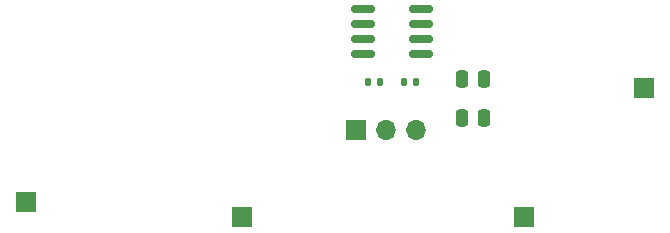
<source format=gbr>
%TF.GenerationSoftware,KiCad,Pcbnew,(6.0.8)*%
%TF.CreationDate,2022-10-18T22:39:30+02:00*%
%TF.ProjectId,test_project_1,74657374-5f70-4726-9f6a-6563745f312e,rev?*%
%TF.SameCoordinates,Original*%
%TF.FileFunction,Soldermask,Top*%
%TF.FilePolarity,Negative*%
%FSLAX46Y46*%
G04 Gerber Fmt 4.6, Leading zero omitted, Abs format (unit mm)*
G04 Created by KiCad (PCBNEW (6.0.8)) date 2022-10-18 22:39:30*
%MOMM*%
%LPD*%
G01*
G04 APERTURE LIST*
G04 Aperture macros list*
%AMRoundRect*
0 Rectangle with rounded corners*
0 $1 Rounding radius*
0 $2 $3 $4 $5 $6 $7 $8 $9 X,Y pos of 4 corners*
0 Add a 4 corners polygon primitive as box body*
4,1,4,$2,$3,$4,$5,$6,$7,$8,$9,$2,$3,0*
0 Add four circle primitives for the rounded corners*
1,1,$1+$1,$2,$3*
1,1,$1+$1,$4,$5*
1,1,$1+$1,$6,$7*
1,1,$1+$1,$8,$9*
0 Add four rect primitives between the rounded corners*
20,1,$1+$1,$2,$3,$4,$5,0*
20,1,$1+$1,$4,$5,$6,$7,0*
20,1,$1+$1,$6,$7,$8,$9,0*
20,1,$1+$1,$8,$9,$2,$3,0*%
G04 Aperture macros list end*
%ADD10R,1.700000X1.700000*%
%ADD11RoundRect,0.150000X-0.825000X-0.150000X0.825000X-0.150000X0.825000X0.150000X-0.825000X0.150000X0*%
%ADD12RoundRect,0.135000X-0.135000X-0.185000X0.135000X-0.185000X0.135000X0.185000X-0.135000X0.185000X0*%
%ADD13O,1.700000X1.700000*%
%ADD14RoundRect,0.250000X0.250000X0.475000X-0.250000X0.475000X-0.250000X-0.475000X0.250000X-0.475000X0*%
%ADD15RoundRect,0.250000X-0.250000X-0.475000X0.250000X-0.475000X0.250000X0.475000X-0.250000X0.475000X0*%
G04 APERTURE END LIST*
D10*
%TO.C,J_N7*%
X159004000Y-95504000D03*
%TD*%
%TO.C,J_N1*%
X124968000Y-106426000D03*
%TD*%
%TO.C,J_P2*%
X106680000Y-105156000D03*
%TD*%
%TO.C,J_P8*%
X148844000Y-106426000D03*
%TD*%
D11*
%TO.C,U1*%
X135193000Y-88771000D03*
X135193000Y-90041000D03*
X135193000Y-91311000D03*
X135193000Y-92581000D03*
X140143000Y-92581000D03*
X140143000Y-91311000D03*
X140143000Y-90041000D03*
X140143000Y-88771000D03*
%TD*%
D12*
%TO.C,RB1*%
X138682000Y-94996000D03*
X139702000Y-94996000D03*
%TD*%
%TO.C,RA1*%
X136654000Y-94996000D03*
X135634000Y-94996000D03*
%TD*%
D13*
%TO.C,J1*%
X139700000Y-99060000D03*
X137160000Y-99060000D03*
D10*
X134620000Y-99060000D03*
%TD*%
D14*
%TO.C,C2*%
X145476000Y-98044000D03*
X143576000Y-98044000D03*
%TD*%
D15*
%TO.C,C1*%
X143576000Y-94742000D03*
X145476000Y-94742000D03*
%TD*%
M02*

</source>
